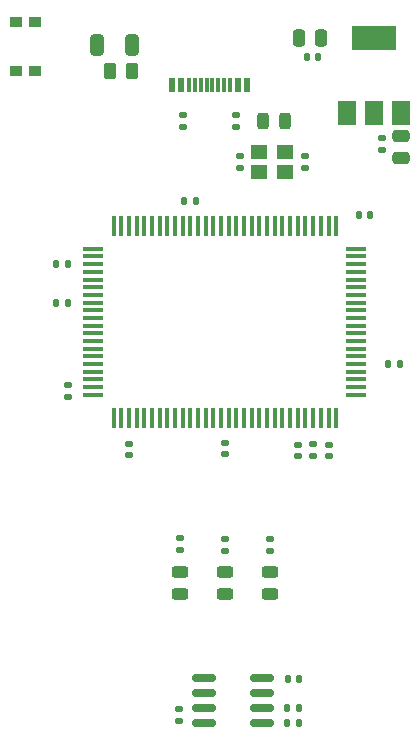
<source format=gbr>
%TF.GenerationSoftware,KiCad,Pcbnew,6.0.11-2627ca5db0~126~ubuntu20.04.1*%
%TF.CreationDate,2023-02-28T18:41:23+07:00*%
%TF.ProjectId,CY7C68013A-100,43593743-3638-4303-9133-412d3130302e,rev?*%
%TF.SameCoordinates,Original*%
%TF.FileFunction,Paste,Top*%
%TF.FilePolarity,Positive*%
%FSLAX46Y46*%
G04 Gerber Fmt 4.6, Leading zero omitted, Abs format (unit mm)*
G04 Created by KiCad (PCBNEW 6.0.11-2627ca5db0~126~ubuntu20.04.1) date 2023-02-28 18:41:23*
%MOMM*%
%LPD*%
G01*
G04 APERTURE LIST*
G04 Aperture macros list*
%AMRoundRect*
0 Rectangle with rounded corners*
0 $1 Rounding radius*
0 $2 $3 $4 $5 $6 $7 $8 $9 X,Y pos of 4 corners*
0 Add a 4 corners polygon primitive as box body*
4,1,4,$2,$3,$4,$5,$6,$7,$8,$9,$2,$3,0*
0 Add four circle primitives for the rounded corners*
1,1,$1+$1,$2,$3*
1,1,$1+$1,$4,$5*
1,1,$1+$1,$6,$7*
1,1,$1+$1,$8,$9*
0 Add four rect primitives between the rounded corners*
20,1,$1+$1,$2,$3,$4,$5,0*
20,1,$1+$1,$4,$5,$6,$7,0*
20,1,$1+$1,$6,$7,$8,$9,0*
20,1,$1+$1,$8,$9,$2,$3,0*%
G04 Aperture macros list end*
%ADD10RoundRect,0.243750X0.456250X-0.243750X0.456250X0.243750X-0.456250X0.243750X-0.456250X-0.243750X0*%
%ADD11RoundRect,0.135000X-0.185000X0.135000X-0.185000X-0.135000X0.185000X-0.135000X0.185000X0.135000X0*%
%ADD12RoundRect,0.135000X0.185000X-0.135000X0.185000X0.135000X-0.185000X0.135000X-0.185000X-0.135000X0*%
%ADD13R,1.500000X2.000000*%
%ADD14R,3.800000X2.000000*%
%ADD15RoundRect,0.140000X0.140000X0.170000X-0.140000X0.170000X-0.140000X-0.170000X0.140000X-0.170000X0*%
%ADD16R,1.000000X0.900000*%
%ADD17R,0.600000X1.240000*%
%ADD18R,0.300000X1.240000*%
%ADD19RoundRect,0.250000X-0.475000X0.250000X-0.475000X-0.250000X0.475000X-0.250000X0.475000X0.250000X0*%
%ADD20RoundRect,0.140000X-0.170000X0.140000X-0.170000X-0.140000X0.170000X-0.140000X0.170000X0.140000X0*%
%ADD21RoundRect,0.250000X0.325000X0.650000X-0.325000X0.650000X-0.325000X-0.650000X0.325000X-0.650000X0*%
%ADD22RoundRect,0.140000X-0.140000X-0.170000X0.140000X-0.170000X0.140000X0.170000X-0.140000X0.170000X0*%
%ADD23RoundRect,0.135000X0.135000X0.185000X-0.135000X0.185000X-0.135000X-0.185000X0.135000X-0.185000X0*%
%ADD24RoundRect,0.243750X0.243750X0.456250X-0.243750X0.456250X-0.243750X-0.456250X0.243750X-0.456250X0*%
%ADD25RoundRect,0.250000X0.250000X0.475000X-0.250000X0.475000X-0.250000X-0.475000X0.250000X-0.475000X0*%
%ADD26R,1.400000X1.200000*%
%ADD27RoundRect,0.150000X-0.825000X-0.150000X0.825000X-0.150000X0.825000X0.150000X-0.825000X0.150000X0*%
%ADD28RoundRect,0.250000X0.262500X0.450000X-0.262500X0.450000X-0.262500X-0.450000X0.262500X-0.450000X0*%
%ADD29RoundRect,0.100000X-0.100000X0.775000X-0.100000X-0.775000X0.100000X-0.775000X0.100000X0.775000X0*%
%ADD30RoundRect,0.100000X-0.775000X0.100000X-0.775000X-0.100000X0.775000X-0.100000X0.775000X0.100000X0*%
G04 APERTURE END LIST*
D10*
%TO.C,D3*%
X140106400Y-120596900D03*
X140106400Y-118721900D03*
%TD*%
D11*
%TO.C,R1*%
X143720600Y-107920000D03*
X143720600Y-108940000D03*
%TD*%
D12*
%TO.C,R9*%
X140106400Y-116918200D03*
X140106400Y-115898200D03*
%TD*%
%TO.C,R10*%
X132675000Y-81060000D03*
X132675000Y-80040000D03*
%TD*%
D10*
%TO.C,D1*%
X132435600Y-120596900D03*
X132435600Y-118721900D03*
%TD*%
D13*
%TO.C,U3*%
X146594800Y-79832600D03*
D14*
X148894800Y-73532600D03*
D13*
X148894800Y-79832600D03*
X151194800Y-79832600D03*
%TD*%
D15*
%TO.C,C17*%
X144170400Y-75158600D03*
X143210400Y-75158600D03*
%TD*%
D16*
%TO.C,SW1*%
X120154600Y-72194200D03*
X120154600Y-76294200D03*
X118554600Y-72194200D03*
X118554600Y-76294200D03*
%TD*%
D17*
%TO.C,J5*%
X138145600Y-77465000D03*
X137345600Y-77465000D03*
D18*
X136195600Y-77465000D03*
X135195600Y-77465000D03*
X134695600Y-77465000D03*
X133695600Y-77465000D03*
D17*
X132545600Y-77465000D03*
X131745600Y-77465000D03*
X131745600Y-77465000D03*
X132545600Y-77465000D03*
D18*
X133195600Y-77465000D03*
X134195600Y-77465000D03*
X135695600Y-77465000D03*
X136695600Y-77465000D03*
D17*
X137345600Y-77465000D03*
X138145600Y-77465000D03*
%TD*%
D12*
%TO.C,R7*%
X137200000Y-81035000D03*
X137200000Y-80015000D03*
%TD*%
D19*
%TO.C,C15*%
X151180800Y-81803200D03*
X151180800Y-83703200D03*
%TD*%
D20*
%TO.C,C6*%
X136245600Y-107797400D03*
X136245600Y-108757400D03*
%TD*%
D11*
%TO.C,R6*%
X132435600Y-115872800D03*
X132435600Y-116892800D03*
%TD*%
D15*
%TO.C,C11*%
X122936000Y-92656400D03*
X121976000Y-92656400D03*
%TD*%
D21*
%TO.C,C5*%
X128375000Y-74100000D03*
X125425000Y-74100000D03*
%TD*%
D22*
%TO.C,C12*%
X147602000Y-88516200D03*
X148562000Y-88516200D03*
%TD*%
D20*
%TO.C,C10*%
X122936000Y-102920600D03*
X122936000Y-103880600D03*
%TD*%
%TO.C,C14*%
X128117600Y-107845600D03*
X128117600Y-108805600D03*
%TD*%
D23*
%TO.C,R2*%
X142559600Y-131545800D03*
X141539600Y-131545800D03*
%TD*%
D22*
%TO.C,C7*%
X150091200Y-101114600D03*
X151051200Y-101114600D03*
%TD*%
D20*
%TO.C,C13*%
X145020600Y-107950000D03*
X145020600Y-108910000D03*
%TD*%
%TO.C,C2*%
X142420600Y-107952800D03*
X142420600Y-108912800D03*
%TD*%
D24*
%TO.C,F1*%
X141350000Y-80575000D03*
X139475000Y-80575000D03*
%TD*%
D25*
%TO.C,C18*%
X144383800Y-73533000D03*
X142483800Y-73533000D03*
%TD*%
D15*
%TO.C,C8*%
X122933400Y-95958400D03*
X121973400Y-95958400D03*
%TD*%
D20*
%TO.C,C16*%
X149529800Y-82016600D03*
X149529800Y-82976600D03*
%TD*%
D11*
%TO.C,R5*%
X132373600Y-130295800D03*
X132373600Y-131315800D03*
%TD*%
D26*
%TO.C,Y1*%
X141370600Y-83147800D03*
X139170600Y-83147800D03*
X139170600Y-84847800D03*
X141370600Y-84847800D03*
%TD*%
D15*
%TO.C,C9*%
X133779200Y-87347800D03*
X132819200Y-87347800D03*
%TD*%
D20*
%TO.C,C3*%
X137541000Y-83517800D03*
X137541000Y-84477800D03*
%TD*%
D22*
%TO.C,C1*%
X141569600Y-127745800D03*
X142529600Y-127745800D03*
%TD*%
D23*
%TO.C,R3*%
X142559600Y-130270800D03*
X141539600Y-130270800D03*
%TD*%
D27*
%TO.C,U1*%
X134445200Y-127736600D03*
X134445200Y-129006600D03*
X134445200Y-130276600D03*
X134445200Y-131546600D03*
X139395200Y-131546600D03*
X139395200Y-130276600D03*
X139395200Y-129006600D03*
X139395200Y-127736600D03*
%TD*%
D10*
%TO.C,D2*%
X136271000Y-120596900D03*
X136271000Y-118721900D03*
%TD*%
D12*
%TO.C,R8*%
X136271000Y-116918200D03*
X136271000Y-115898200D03*
%TD*%
D28*
%TO.C,R4*%
X128373100Y-76335200D03*
X126548100Y-76335200D03*
%TD*%
D29*
%TO.C,U2*%
X145670600Y-89408200D03*
X145020600Y-89408200D03*
X144370600Y-89408200D03*
X143720600Y-89408200D03*
X143070600Y-89408200D03*
X142420600Y-89408200D03*
X141770600Y-89408200D03*
X141120600Y-89408200D03*
X140470600Y-89408200D03*
X139820600Y-89408200D03*
X139170600Y-89408200D03*
X138520600Y-89408200D03*
X137870600Y-89408200D03*
X137220600Y-89408200D03*
X136570600Y-89408200D03*
X135920600Y-89408200D03*
X135270600Y-89408200D03*
X134620600Y-89408200D03*
X133970600Y-89408200D03*
X133320600Y-89408200D03*
X132670600Y-89408200D03*
X132020600Y-89408200D03*
X131370600Y-89408200D03*
X130720600Y-89408200D03*
X130070600Y-89408200D03*
X129420600Y-89408200D03*
X128770600Y-89408200D03*
X128120600Y-89408200D03*
X127470600Y-89408200D03*
X126820600Y-89408200D03*
D30*
X125120600Y-91358200D03*
X125120600Y-92008200D03*
X125120600Y-92658200D03*
X125120600Y-93308200D03*
X125120600Y-93958200D03*
X125120600Y-94608200D03*
X125120600Y-95258200D03*
X125120600Y-95908200D03*
X125120600Y-96558200D03*
X125120600Y-97208200D03*
X125120600Y-97858200D03*
X125120600Y-98508200D03*
X125120600Y-99158200D03*
X125120600Y-99808200D03*
X125120600Y-100458200D03*
X125120600Y-101108200D03*
X125120600Y-101758200D03*
X125120600Y-102408200D03*
X125120600Y-103058200D03*
X125120600Y-103708200D03*
D29*
X126820600Y-105658200D03*
X127470600Y-105658200D03*
X128120600Y-105658200D03*
X128770600Y-105658200D03*
X129420600Y-105658200D03*
X130070600Y-105658200D03*
X130720600Y-105658200D03*
X131370600Y-105658200D03*
X132020600Y-105658200D03*
X132670600Y-105658200D03*
X133320600Y-105658200D03*
X133970600Y-105658200D03*
X134620600Y-105658200D03*
X135270600Y-105658200D03*
X135920600Y-105658200D03*
X136570600Y-105658200D03*
X137220600Y-105658200D03*
X137870600Y-105658200D03*
X138520600Y-105658200D03*
X139170600Y-105658200D03*
X139820600Y-105658200D03*
X140470600Y-105658200D03*
X141120600Y-105658200D03*
X141770600Y-105658200D03*
X142420600Y-105658200D03*
X143070600Y-105658200D03*
X143720600Y-105658200D03*
X144370600Y-105658200D03*
X145020600Y-105658200D03*
X145670600Y-105658200D03*
D30*
X147370600Y-103708200D03*
X147370600Y-103058200D03*
X147370600Y-102408200D03*
X147370600Y-101758200D03*
X147370600Y-101108200D03*
X147370600Y-100458200D03*
X147370600Y-99808200D03*
X147370600Y-99158200D03*
X147370600Y-98508200D03*
X147370600Y-97858200D03*
X147370600Y-97208200D03*
X147370600Y-96558200D03*
X147370600Y-95908200D03*
X147370600Y-95258200D03*
X147370600Y-94608200D03*
X147370600Y-93958200D03*
X147370600Y-93308200D03*
X147370600Y-92658200D03*
X147370600Y-92008200D03*
X147370600Y-91358200D03*
%TD*%
D20*
%TO.C,C4*%
X143052800Y-83517800D03*
X143052800Y-84477800D03*
%TD*%
M02*

</source>
